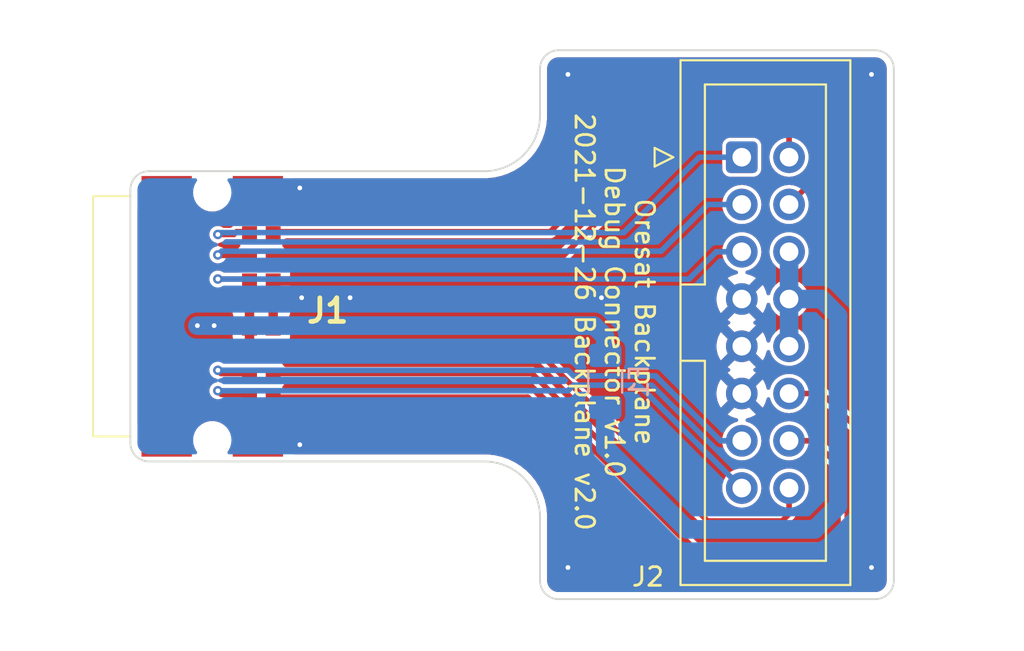
<source format=kicad_pcb>
(kicad_pcb (version 20211014) (generator pcbnew)
  (layers (0 "F.Cu" signal) (31 "B.Cu" signal) (34 "B.Paste" user) (35 "F.Paste" user) (36 "B.SilkS" user "B.Silkscreen") (37 "F.SilkS" user "F.Silkscreen") (38 "B.Mask" user) (39 "F.Mask" user) (44 "Edge.Cuts" user))
  (net 0 "")
  (net 1 "VBUS")
  (net 2 "Net-(F1-Pad2)")
  (net 3 "OPD_SCL")
  (net 4 "CAN2_H")
  (net 5 "CAN1_H")
  (net 6 "C3-UART-TX")
  (net 7 "SD")
  (net 8 "OPD_SDA")
  (net 9 "OPD_PWR")
  (net 10 "CAN2_L")
  (net 11 "GND")
  (net 12 "CAN1_L")
  (net 13 "C3-UART-RX")
  (footprint "M55-7101642R:M557101642R" (layer "F.Cu") (at 125 87 -90)
    (fp_text reference "J1" (at -0.3 -12.6 180) (layer "F.SilkS") (effects (font (size 1.27 1.27) (thickness 0.254))))
    (fp_text value "M55-7101642R" hide)
    (fp_line (start 6.455 0) (end 6.455 -2) (layer "F.SilkS") (width 0.1))
    (fp_line (start -6.455 0) (end 6.455 0) (layer "F.SilkS") (width 0.1))
    (fp_line (start -6.455 -2) (end -6.455 0) (layer "F.SilkS") (width 0.1))
    (pad "" np_thru_hole circle locked (at -6.655 -6.4 270) (size 1.65 1.65) (drill 1.65) (layers *.Cu *.Mask))
    (pad "" np_thru_hole circle locked (at 6.655 -6.4 270) (size 1.65 1.65) (drill 1.65) (layers *.Cu *.Mask))
    (pad "A1" smd rect locked (at 4.445 -8.4) (size 0.8 0.8) (layers "F.Cu" "F.Paste" "F.Mask") (net 3 "OPD_SCL"))
    (pad "A2" smd rect locked (at 3.175 -8.4) (size 0.8 0.8) (layers "F.Cu" "F.Paste" "F.Mask") (net 4 "CAN2_H"))
    (pad "A3" smd rect locked (at 1.905 -8.4) (size 0.8 0.8) (layers "F.Cu" "F.Paste" "F.Mask") (net 2 "Net-(F1-Pad2)"))
    (pad "A4" smd rect locked (at 0.635 -8.4) (size 0.8 0.8) (layers "F.Cu" "F.Paste" "F.Mask") (net 2 "Net-(F1-Pad2)"))
    (pad "A5" smd rect locked (at -0.635 -8.4) (size 0.8 0.8) (layers "F.Cu" "F.Paste" "F.Mask") (net 2 "Net-(F1-Pad2)"))
    (pad "A6" smd rect locked (at -1.905 -8.4) (size 0.8 0.8) (layers "F.Cu" "F.Paste" "F.Mask") (net 5 "CAN1_H"))
    (pad "A7" smd rect locked (at -3.175 -8.4) (size 0.8 0.8) (layers "F.Cu" "F.Paste" "F.Mask") (net 6 "C3-UART-TX"))
    (pad "A8" smd rect locked (at -4.445 -8.4) (size 0.8 0.8) (layers "F.Cu" "F.Paste" "F.Mask") (net 7 "SD"))
    (pad "B1" smd rect locked (at 4.445 -9.67) (size 0.8 0.8) (layers "F.Cu" "F.Paste" "F.Mask") (net 8 "OPD_SDA"))
    (pad "B2" smd rect locked (at 3.175 -9.67) (size 0.8 0.8) (layers "F.Cu" "F.Paste" "F.Mask") (net 9 "OPD_PWR"))
    (pad "B3" smd rect locked (at 1.905 -9.67) (size 0.8 0.8) (layers "F.Cu" "F.Paste" "F.Mask") (net 10 "CAN2_L"))
    (pad "B4" smd rect locked (at 0.635 -9.67) (size 0.8 0.8) (layers "F.Cu" "F.Paste" "F.Mask") (net 11 "GND"))
    (pad "B5" smd rect locked (at -0.635 -9.67) (size 0.8 0.8) (layers "F.Cu" "F.Paste" "F.Mask") (net 11 "GND"))
    (pad "B6" smd rect locked (at -1.905 -9.67) (size 0.8 0.8) (layers "F.Cu" "F.Paste" "F.Mask") (net 11 "GND"))
    (pad "B7" smd rect locked (at -3.175 -9.67) (size 0.8 0.8) (layers "F.Cu" "F.Paste" "F.Mask") (net 12 "CAN1_L"))
    (pad "B8" smd rect locked (at -4.445 -9.67) (size 0.8 0.8) (layers "F.Cu" "F.Paste" "F.Mask") (net 13 "C3-UART-RX"))
    (pad "MP1" smd rect locked (at -6.94 -8.85 270) (size 1.2 2.7) (layers "F.Cu" "F.Paste" "F.Mask") (net 11 "GND"))
    (pad "MP2" smd rect locked (at -6.94 -3.95 270) (size 1.2 2.7) (layers "F.Cu" "F.Paste" "F.Mask") (net 11 "GND"))
    (pad "MP3" smd rect locked (at 6.94 -3.95 270) (size 1.2 2.7) (layers "F.Cu" "F.Paste" "F.Mask") (net 11 "GND"))
    (pad "MP4" smd rect locked (at 6.94 -8.85 270) (size 1.2 2.7) (layers "F.Cu" "F.Paste" "F.Mask") (net 11 "GND"))
  )
  (footprint "Connector_IDC:IDC-Header_2x08_P2.54mm_Vertical" (layer "F.Cu") (at 159.835 78.45)
    (fp_text reference "J2" (at -5.035 22.55) (layer "F.SilkS"))
    (fp_text value "Conn_02x08_Odd_Even" hide)
    (fp_line (start 5.83 22.99) (end -3.29 22.99) (layer "F.SilkS") (width 0.12))
    (fp_line (start -3.68 0) (end -4.68 -0.5) (layer "F.SilkS") (width 0.12))
    (fp_line (start -4.68 0.5) (end -3.68 0) (layer "F.SilkS") (width 0.12))
    (fp_line (start -1.98 10.94) (end -1.98 10.94) (layer "F.SilkS") (width 0.12))
    (fp_line (start -3.29 6.84) (end -1.98 6.84) (layer "F.SilkS") (width 0.12))
    (fp_line (start 5.83 -5.21) (end 5.83 22.99) (layer "F.SilkS") (width 0.12))
    (fp_line (start -3.29 -5.21) (end 5.83 -5.21) (layer "F.SilkS") (width 0.12))
    (fp_line (start -1.98 21.69) (end -1.98 10.94) (layer "F.SilkS") (width 0.12))
    (fp_line (start 4.52 -3.91) (end 4.52 21.69) (layer "F.SilkS") (width 0.12))
    (fp_line (start -1.98 10.94) (end -3.29 10.94) (layer "F.SilkS") (width 0.12))
    (fp_line (start -1.98 -3.91) (end 4.52 -3.91) (layer "F.SilkS") (width 0.12))
    (fp_line (start 4.52 21.69) (end -1.98 21.69) (layer "F.SilkS") (width 0.12))
    (fp_line (start -3.29 22.99) (end -3.29 -5.21) (layer "F.SilkS") (width 0.12))
    (fp_line (start -1.98 6.84) (end -1.98 -3.91) (layer "F.SilkS") (width 0.12))
    (fp_line (start -4.68 -0.5) (end -4.68 0.5) (layer "F.SilkS") (width 0.12))
    (pad "1" thru_hole roundrect locked (at 0 0) (size 1.7 1.7) (drill 1) (layers *.Cu *.Mask) (roundrect_rratio 0.147059) (net 7 "SD"))
    (pad "2" thru_hole circle locked (at 2.54 0) (size 1.7 1.7) (drill 1) (layers *.Cu *.Mask) (net 12 "CAN1_L"))
    (pad "3" thru_hole circle locked (at 0 2.54) (size 1.7 1.7) (drill 1) (layers *.Cu *.Mask) (net 6 "C3-UART-TX"))
    (pad "4" thru_hole circle locked (at 2.54 2.54) (size 1.7 1.7) (drill 1) (layers *.Cu *.Mask) (net 13 "C3-UART-RX"))
    (pad "5" thru_hole circle locked (at 0 5.08) (size 1.7 1.7) (drill 1) (layers *.Cu *.Mask) (net 5 "CAN1_H"))
    (pad "6" thru_hole circle locked (at 2.54 5.08) (size 1.7 1.7) (drill 1) (layers *.Cu *.Mask) (net 1 "VBUS"))
    (pad "7" thru_hole circle locked (at 0 7.62) (size 1.7 1.7) (drill 1) (layers *.Cu *.Mask) (net 11 "GND"))
    (pad "8" thru_hole circle locked (at 2.54 7.62) (size 1.7 1.7) (drill 1) (layers *.Cu *.Mask) (net 1 "VBUS"))
    (pad "9" thru_hole circle locked (at 0 10.16) (size 1.7 1.7) (drill 1) (layers *.Cu *.Mask) (net 11 "GND"))
    (pad "10" thru_hole circle locked (at 2.54 10.16) (size 1.7 1.7) (drill 1) (layers *.Cu *.Mask) (net 1 "VBUS"))
    (pad "11" thru_hole circle locked (at 0 12.7) (size 1.7 1.7) (drill 1) (layers *.Cu *.Mask) (net 11 "GND"))
    (pad "12" thru_hole circle locked (at 2.54 12.7) (size 1.7 1.7) (drill 1) (layers *.Cu *.Mask) (net 8 "OPD_SDA"))
    (pad "13" thru_hole circle locked (at 0 15.24) (size 1.7 1.7) (drill 1) (layers *.Cu *.Mask) (net 4 "CAN2_H"))
    (pad "14" thru_hole circle locked (at 2.54 15.24) (size 1.7 1.7) (drill 1) (layers *.Cu *.Mask) (net 9 "OPD_PWR"))
    (pad "15" thru_hole circle locked (at 0 17.78) (size 1.7 1.7) (drill 1) (layers *.Cu *.Mask) (net 3 "OPD_SCL"))
    (pad "16" thru_hole circle locked (at 2.54 17.78) (size 1.7 1.7) (drill 1) (layers *.Cu *.Mask) (net 10 "CAN2_L"))
  )
  (footprint "Fuse:Fuse_1206_3216Metric" (layer "B.Cu") (at 152.5 90.5 90)
    (fp_text reference "F1" (at 0 1.82 90) (layer "B.SilkS") (effects (justify mirror)))
    (fp_text value "Polyfuse_Small" hide)
    (fp_line (start -0.602064 -0.91) (end 0.602064 -0.91) (layer "B.SilkS") (width 0.12))
    (fp_line (start -0.602064 0.91) (end 0.602064 0.91) (layer "B.SilkS") (width 0.12))
    (pad "1" smd roundrect locked (at -1.4 0 90) (size 1.25 1.75) (layers "B.Cu" "B.Paste" "B.Mask") (roundrect_rratio 0.2) (net 1 "VBUS"))
    (pad "2" smd roundrect locked (at 1.4 0 90) (size 1.25 1.75) (layers "B.Cu" "B.Paste" "B.Mask") (roundrect_rratio 0.2) (net 2 "Net-(F1-Pad2)"))
  )
  (gr_poly (pts (arc (start 149 97.8) (mid 148.12132 95.67868) (end 146 94.8)) (arc (start 128 94.8) (mid 127.292893 94.507107) (end 127 93.8)) (arc (start 127 80.2) (mid 127.292893 79.492893) (end 128 79.2)) (arc (start 146 79.2) (mid 148.12132 78.32132) (end 149 76.2)) (arc (start 149 73.7) (mid 149.292893 72.992893) (end 150 72.7)) (arc (start 167 72.7) (mid 167.707107 72.992893) (end 168 73.7)) (arc (start 168 101.2) (mid 167.707107 101.907107) (end 167 102.2)) (arc (start 150 102.2) (mid 149.292893 101.907107) (end 149 101.2))) (layer "Edge.Cuts") (width 0.1) (fill none))
  (gr_text "Oresat Backplane\nDebug Connector v1.0\n2021-12-26 Backplane v2.0" (at 153 87.3 270) (layer "F.SilkS") (effects (font (size 1 1))))
  (segment (start 165 97.2) (end 165 86.95) (width 1) (layer "B.Cu") (net 1))
  (segment (start 163.75 98.45) (end 165 97.2) (width 1) (layer "B.Cu") (net 1))
  (segment (start 162.375 88.61) (end 162.375 86.07) (width 1) (layer "B.Cu") (net 1))
  (segment (start 164.12 86.07) (end 162.375 86.07) (width 1) (layer "B.Cu") (net 1))
  (segment (start 162.375 83.53) (end 162.375 86.07) (width 1) (layer "B.Cu") (net 1))
  (segment (start 152.5 91.9) (end 152.5 94.05) (width 1) (layer "B.Cu") (net 1))
  (segment (start 156.9 98.45) (end 163.75 98.45) (width 1) (layer "B.Cu") (net 1))
  (segment (start 165 86.95) (end 164.12 86.07) (width 1) (layer "B.Cu") (net 1))
  (segment (start 152.5 94.05) (end 156.9 98.45) (width 1) (layer "B.Cu") (net 1))
  (via (at 131.5 87.5) (size 0.508) (drill 0.254) (layers "F.Cu" "B.Cu") (net 2))
  (via (at 130.6 87.5) (size 0.508) (drill 0.254) (layers "F.Cu" "B.Cu") (net 2))
  (segment (start 130.6 87.5) (end 131.5 87.5) (width 1) (layer "B.Cu") (net 2))
  (segment (start 131.5 87.5) (end 151.9 87.5) (width 1) (layer "B.Cu") (net 2))
  (segment (start 152.5 88.1) (end 152.5 89.1) (width 1) (layer "B.Cu") (net 2))
  (segment (start 151.9 87.5) (end 152.5 88.1) (width 1) (layer "B.Cu") (net 2))
  (segment (start 131.7 91) (end 131.9 91.2) (width 0.3) (layer "F.Cu") (net 3))
  (segment (start 131.9 91.2) (end 133.155 91.2) (width 0.3) (layer "F.Cu") (net 3))
  (segment (start 133.155 91.2) (end 133.3 91.345) (width 0.3) (layer "F.Cu") (net 3))
  (via (at 131.7 91) (size 0.508) (drill 0.254) (layers "F.Cu" "B.Cu") (net 3))
  (segment (start 154.605 91) (end 159.835 96.23) (width 0.3) (layer "B.Cu") (net 3))
  (segment (start 154.3 90.7) (end 154.605 91) (width 0.3) (layer "B.Cu") (net 3))
  (segment (start 131.7 91) (end 150.5 91) (width 0.3) (layer "B.Cu") (net 3))
  (segment (start 150.5 91) (end 150.8 90.7) (width 0.3) (layer "B.Cu") (net 3))
  (segment (start 150.8 90.7) (end 154.3 90.7) (width 0.3) (layer "B.Cu") (net 3))
  (segment (start 131.875 90.075) (end 133.3 90.075) (width 0.3) (layer "F.Cu") (net 4))
  (segment (start 131.7 89.9) (end 131.875 90.075) (width 0.3) (layer "F.Cu") (net 4))
  (via (at 131.7 89.9) (size 0.508) (drill 0.254) (layers "F.Cu" "B.Cu") (net 4))
  (segment (start 150.8 90.2) (end 155.2 90.2) (width 0.3) (layer "B.Cu") (net 4))
  (segment (start 158.69 93.69) (end 159.835 93.69) (width 0.3) (layer "B.Cu") (net 4))
  (segment (start 131.7 89.9) (end 150.5 89.9) (width 0.3) (layer "B.Cu") (net 4))
  (segment (start 155.2 90.2) (end 158.69 93.69) (width 0.3) (layer "B.Cu") (net 4))
  (segment (start 150.5 89.9) (end 150.8 90.2) (width 0.3) (layer "B.Cu") (net 4))
  (segment (start 131.7 84.995) (end 133.3 84.995) (width 0.3) (layer "F.Cu") (net 5))
  (via (at 131.7 84.995) (size 0.508) (drill 0.254) (layers "F.Cu" "B.Cu") (net 5))
  (segment (start 157 85) (end 158.47 83.53) (width 0.3) (layer "B.Cu") (net 5))
  (segment (start 158.47 83.53) (end 159.835 83.53) (width 0.3) (layer "B.Cu") (net 5))
  (segment (start 131.7 84.995) (end 131.705 85) (width 0.3) (layer "B.Cu") (net 5))
  (segment (start 131.705 85) (end 157 85) (width 0.3) (layer "B.Cu") (net 5))
  (segment (start 131.7 83.7) (end 131.725 83.725) (width 0.3) (layer "F.Cu") (net 6))
  (segment (start 131.725 83.725) (end 133.3 83.725) (width 0.3) (layer "F.Cu") (net 6))
  (via (at 131.7 83.7) (size 0.508) (drill 0.254) (layers "F.Cu" "B.Cu") (net 6))
  (segment (start 131.9 83.5) (end 155.5 83.5) (width 0.3) (layer "B.Cu") (net 6))
  (segment (start 158.01 80.99) (end 159.835 80.99) (width 0.3) (layer "B.Cu") (net 6))
  (segment (start 131.7 83.7) (end 131.9 83.5) (width 0.3) (layer "B.Cu") (net 6))
  (segment (start 155.5 83.5) (end 158.01 80.99) (width 0.3) (layer "B.Cu") (net 6))
  (segment (start 132.555 82.6) (end 132.7 82.455) (width 0.3) (layer "F.Cu") (net 7))
  (segment (start 131.7 82.6) (end 132.555 82.6) (width 0.3) (layer "F.Cu") (net 7))
  (segment (start 132.7 82.455) (end 133.3 82.455) (width 0.3) (layer "F.Cu") (net 7))
  (via (at 131.7 82.6) (size 0.508) (drill 0.254) (layers "F.Cu" "B.Cu") (net 7))
  (segment (start 131.7 82.6) (end 131.8 82.5) (width 0.3) (layer "B.Cu") (net 7))
  (segment (start 131.8 82.5) (end 153.5 82.5) (width 0.3) (layer "B.Cu") (net 7))
  (segment (start 157.55 78.45) (end 159.835 78.45) (width 0.3) (layer "B.Cu") (net 7))
  (segment (start 153.5 82.5) (end 157.55 78.45) (width 0.3) (layer "B.Cu") (net 7))
  (segment (start 157 100) (end 165 100) (width 0.3) (layer "F.Cu") (net 8))
  (segment (start 165 100) (end 166 99) (width 0.3) (layer "F.Cu") (net 8))
  (segment (start 166 99) (end 166 93) (width 0.3) (layer "F.Cu") (net 8))
  (segment (start 164.15 91.15) (end 162.375 91.15) (width 0.3) (layer "F.Cu") (net 8))
  (segment (start 148.345 91.345) (end 157 100) (width 0.3) (layer "F.Cu") (net 8))
  (segment (start 166 93) (end 164.15 91.15) (width 0.3) (layer "F.Cu") (net 8))
  (segment (start 134.57 91.345) (end 148.345 91.345) (width 0.3) (layer "F.Cu") (net 8))
  (segment (start 163.69 93.69) (end 162.375 93.69) (width 0.3) (layer "F.Cu") (net 9))
  (segment (start 134.57 90.075) (end 148.575 90.075) (width 0.3) (layer "F.Cu") (net 9))
  (segment (start 157.5 99) (end 164 99) (width 0.3) (layer "F.Cu") (net 9))
  (segment (start 148.575 90.075) (end 157.5 99) (width 0.3) (layer "F.Cu") (net 9))
  (segment (start 165 98) (end 165 95) (width 0.3) (layer "F.Cu") (net 9))
  (segment (start 164 99) (end 165 98) (width 0.3) (layer "F.Cu") (net 9))
  (segment (start 165 95) (end 163.69 93.69) (width 0.3) (layer "F.Cu") (net 9))
  (segment (start 158 98) (end 162 98) (width 0.3) (layer "F.Cu") (net 10))
  (segment (start 148.805 88.805) (end 158 98) (width 0.3) (layer "F.Cu") (net 10))
  (segment (start 162.375 97.625) (end 162.375 96.23) (width 0.3) (layer "F.Cu") (net 10))
  (segment (start 134.57 88.805) (end 148.805 88.805) (width 0.3) (layer "F.Cu") (net 10))
  (segment (start 162 98) (end 162.375 97.625) (width 0.3) (layer "F.Cu") (net 10))
  (via (at 136.1 93.9) (size 0.508) (drill 0.254) (layers "F.Cu" "B.Cu") (net 11))
  (via (at 136.1 80.1) (size 0.508) (drill 0.254) (layers "F.Cu" "B.Cu") (net 11))
  (via (at 150.5 74) (size 0.508) (drill 0.254) (layers "F.Cu" "B.Cu") (net 11))
  (via (at 136.2 86) (size 0.508) (drill 0.254) (layers "F.Cu" "B.Cu") (net 11))
  (via (at 138.8 86) (size 0.508) (drill 0.254) (layers "F.Cu" "B.Cu") (net 11))
  (via (at 166.8 100.5) (size 0.508) (drill 0.254) (layers "F.Cu" "B.Cu") (net 11))
  (via (at 166.8 74) (size 0.508) (drill 0.254) (layers "F.Cu" "B.Cu") (net 11))
  (via (at 150.5 100.5) (size 0.508) (drill 0.254) (layers "F.Cu" "B.Cu") (net 11))
  (via (at 152.3 86) (size 0.508) (drill 0.254) (layers "F.Cu" "B.Cu") (net 11))
  (segment (start 158 76) (end 161 76) (width 0.3) (layer "F.Cu") (net 12))
  (segment (start 162.375 77.375) (end 162.375 78.45) (width 0.3) (layer "F.Cu") (net 12))
  (segment (start 150.275 83.725) (end 158 76) (width 0.3) (layer "F.Cu") (net 12))
  (segment (start 161 76) (end 162.375 77.375) (width 0.3) (layer "F.Cu") (net 12))
  (segment (start 134.57 83.725) (end 150.275 83.725) (width 0.3) (layer "F.Cu") (net 12))
  (segment (start 149.545 82.455) (end 157 75) (width 0.3) (layer "F.Cu") (net 13))
  (segment (start 164 77) (end 164 79.365) (width 0.3) (layer "F.Cu") (net 13))
  (segment (start 162 75) (end 164 77) (width 0.3) (layer "F.Cu") (net 13))
  (segment (start 157 75) (end 162 75) (width 0.3) (layer "F.Cu") (net 13))
  (segment (start 164 79.365) (end 162.375 80.99) (width 0.3) (layer "F.Cu") (net 13))
  (segment (start 134.57 82.455) (end 149.545 82.455) (width 0.3) (layer "F.Cu") (net 13))
  (zone (net 11) (net_name "GND") (layer "F.Cu") (connect_pads (clearance 0.2)) (min_thickness 0.2) (fill yes (thermal_gap 0.508) (thermal_bridge_width 0.508))
    (polygon (pts (xy 175 105) (xy 120 105) (xy 120 70) (xy 175 70)))
  )
  (zone (net 2) (net_name "Net-(F1-Pad2)") (layer "F.Cu") (priority 1) (connect_pads (clearance 0.508)) (min_thickness 0.254) (fill yes (thermal_gap 0.508) (thermal_bridge_width 0.508))
    (polygon (pts (xy 133.7 89.3) (xy 129.8 89.3) (xy 129.8 85.8) (xy 133.7 85.8)))
  )
  (zone (net 11) (net_name "GND") (layer "B.Cu") (connect_pads (clearance 0.2)) (min_thickness 0.2) (fill yes (thermal_gap 0.508) (thermal_bridge_width 0.508))
    (polygon (pts (xy 175 105) (xy 120 105) (xy 120 70) (xy 175 70)))
  )
)
</source>
